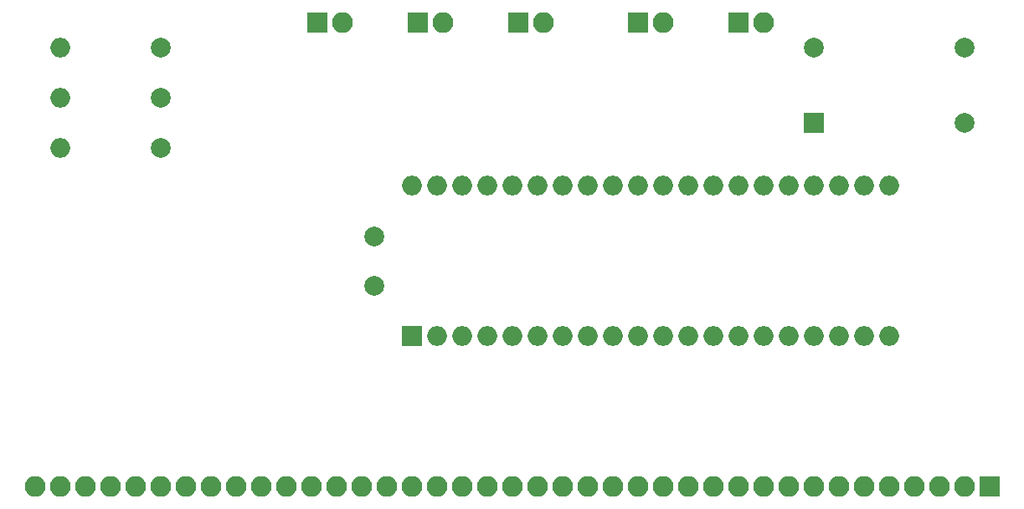
<source format=gbs>
G04 #@! TF.FileFunction,Soldermask,Bot*
%FSLAX46Y46*%
G04 Gerber Fmt 4.6, Leading zero omitted, Abs format (unit mm)*
G04 Created by KiCad (PCBNEW 4.0.6) date 06/10/17 01:38:28*
%MOMM*%
%LPD*%
G01*
G04 APERTURE LIST*
%ADD10C,0.100000*%
%ADD11R,2.100000X2.100000*%
%ADD12O,2.100000X2.100000*%
%ADD13C,2.000000*%
%ADD14O,2.000000X2.000000*%
%ADD15R,2.000000X2.000000*%
G04 APERTURE END LIST*
D10*
D11*
X190500000Y-139700000D03*
D12*
X187960000Y-139700000D03*
X185420000Y-139700000D03*
X182880000Y-139700000D03*
X180340000Y-139700000D03*
X177800000Y-139700000D03*
X175260000Y-139700000D03*
X172720000Y-139700000D03*
X170180000Y-139700000D03*
X167640000Y-139700000D03*
X165100000Y-139700000D03*
X162560000Y-139700000D03*
X160020000Y-139700000D03*
X157480000Y-139700000D03*
X154940000Y-139700000D03*
X152400000Y-139700000D03*
X149860000Y-139700000D03*
X147320000Y-139700000D03*
X144780000Y-139700000D03*
X142240000Y-139700000D03*
X139700000Y-139700000D03*
X137160000Y-139700000D03*
X134620000Y-139700000D03*
X132080000Y-139700000D03*
X129540000Y-139700000D03*
X127000000Y-139700000D03*
X124460000Y-139700000D03*
X121920000Y-139700000D03*
X119380000Y-139700000D03*
X116840000Y-139700000D03*
X114300000Y-139700000D03*
X111760000Y-139700000D03*
X109220000Y-139700000D03*
X106680000Y-139700000D03*
X104140000Y-139700000D03*
X101600000Y-139700000D03*
X99060000Y-139700000D03*
X96520000Y-139700000D03*
X93980000Y-139700000D03*
D11*
X132715000Y-92710000D03*
D12*
X135255000Y-92710000D03*
D11*
X122555000Y-92710000D03*
D12*
X125095000Y-92710000D03*
D13*
X106680000Y-95250000D03*
D14*
X96520000Y-95250000D03*
D13*
X106680000Y-100330000D03*
D14*
X96520000Y-100330000D03*
D13*
X106680000Y-105410000D03*
D14*
X96520000Y-105410000D03*
D15*
X132080000Y-124460000D03*
D14*
X180340000Y-109220000D03*
X134620000Y-124460000D03*
X177800000Y-109220000D03*
X137160000Y-124460000D03*
X175260000Y-109220000D03*
X139700000Y-124460000D03*
X172720000Y-109220000D03*
X142240000Y-124460000D03*
X170180000Y-109220000D03*
X144780000Y-124460000D03*
X167640000Y-109220000D03*
X147320000Y-124460000D03*
X165100000Y-109220000D03*
X149860000Y-124460000D03*
X162560000Y-109220000D03*
X152400000Y-124460000D03*
X160020000Y-109220000D03*
X154940000Y-124460000D03*
X157480000Y-109220000D03*
X157480000Y-124460000D03*
X154940000Y-109220000D03*
X160020000Y-124460000D03*
X152400000Y-109220000D03*
X162560000Y-124460000D03*
X149860000Y-109220000D03*
X165100000Y-124460000D03*
X147320000Y-109220000D03*
X167640000Y-124460000D03*
X144780000Y-109220000D03*
X170180000Y-124460000D03*
X142240000Y-109220000D03*
X172720000Y-124460000D03*
X139700000Y-109220000D03*
X175260000Y-124460000D03*
X137160000Y-109220000D03*
X177800000Y-124460000D03*
X134620000Y-109220000D03*
X180340000Y-124460000D03*
X132080000Y-109220000D03*
D13*
X128270000Y-119380000D03*
X128270000Y-114380000D03*
D11*
X165100000Y-92710000D03*
D12*
X167640000Y-92710000D03*
D11*
X154940000Y-92710000D03*
D12*
X157480000Y-92710000D03*
D15*
X172720000Y-102870000D03*
D13*
X172720000Y-95250000D03*
X187960000Y-95250000D03*
X187960000Y-102870000D03*
D11*
X142875000Y-92710000D03*
D12*
X145415000Y-92710000D03*
M02*

</source>
